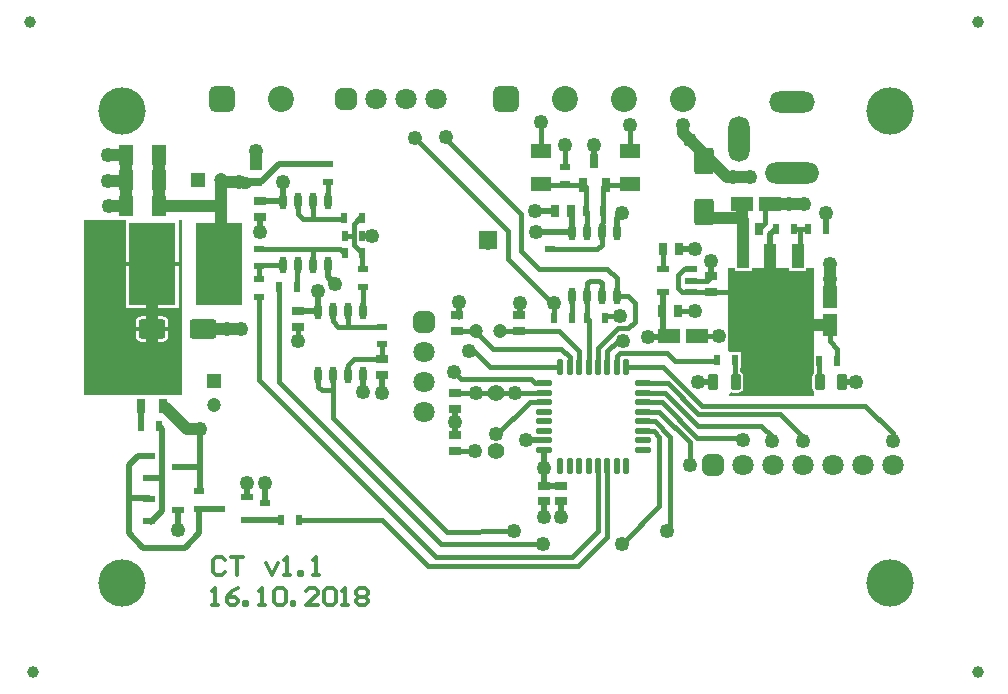
<source format=gtl>
G04*
G04 #@! TF.GenerationSoftware,Altium Limited,Altium Designer,18.1.1 (9)*
G04*
G04 Layer_Physical_Order=1*
G04 Layer_Color=255*
%FSLAX42Y42*%
%MOMM*%
G71*
G01*
G75*
%ADD44C,1.20*%
%ADD46R,1.30X1.80*%
%ADD47R,1.00X0.60*%
%ADD48O,0.60X1.45*%
%ADD49O,0.55X1.40*%
%ADD50O,1.40X0.55*%
%ADD51R,3.25X2.15*%
%ADD52R,1.00X2.15*%
%ADD53R,0.95X0.60*%
%ADD54R,0.60X0.95*%
%ADD55R,0.70X1.20*%
%ADD56R,4.00X7.00*%
%ADD57R,1.75X1.25*%
G04:AMPARAMS|DCode=58|XSize=2.27mm|YSize=1.65mm|CornerRadius=0.25mm|HoleSize=0mm|Usage=FLASHONLY|Rotation=0.000|XOffset=0mm|YOffset=0mm|HoleType=Round|Shape=RoundedRectangle|*
%AMROUNDEDRECTD58*
21,1,2.27,1.16,0,0,0.0*
21,1,1.78,1.65,0,0,0.0*
1,1,0.50,0.89,-0.58*
1,1,0.50,-0.89,-0.58*
1,1,0.50,-0.89,0.58*
1,1,0.50,0.89,0.58*
%
%ADD58ROUNDEDRECTD58*%
G04:AMPARAMS|DCode=59|XSize=0.86mm|YSize=1.35mm|CornerRadius=0.22mm|HoleSize=0mm|Usage=FLASHONLY|Rotation=180.000|XOffset=0mm|YOffset=0mm|HoleType=Round|Shape=RoundedRectangle|*
%AMROUNDEDRECTD59*
21,1,0.86,0.91,0,0,180.0*
21,1,0.42,1.35,0,0,180.0*
1,1,0.44,-0.21,0.46*
1,1,0.44,0.21,0.46*
1,1,0.44,0.21,-0.46*
1,1,0.44,-0.21,-0.46*
%
%ADD59ROUNDEDRECTD59*%
G04:AMPARAMS|DCode=60|XSize=2.27mm|YSize=1.65mm|CornerRadius=0.25mm|HoleSize=0mm|Usage=FLASHONLY|Rotation=90.000|XOffset=0mm|YOffset=0mm|HoleType=Round|Shape=RoundedRectangle|*
%AMROUNDEDRECTD60*
21,1,2.27,1.16,0,0,90.0*
21,1,1.78,1.65,0,0,90.0*
1,1,0.50,0.58,0.89*
1,1,0.50,0.58,-0.89*
1,1,0.50,-0.58,-0.89*
1,1,0.50,-0.58,0.89*
%
%ADD60ROUNDEDRECTD60*%
%ADD61R,1.00X0.80*%
%ADD62R,0.80X1.00*%
%ADD63R,1.95X1.30*%
%ADD64R,1.30X1.95*%
%ADD65R,1.50X1.50*%
%ADD66C,0.40*%
%ADD67C,0.50*%
%ADD68C,1.00*%
%ADD69C,0.25*%
%ADD70C,0.30*%
%ADD71C,1.00*%
%ADD72C,1.40*%
%ADD73C,2.20*%
G04:AMPARAMS|DCode=74|XSize=2.2mm|YSize=2.2mm|CornerRadius=0.55mm|HoleSize=0mm|Usage=FLASHONLY|Rotation=0.000|XOffset=0mm|YOffset=0mm|HoleType=Round|Shape=RoundedRectangle|*
%AMROUNDEDRECTD74*
21,1,2.20,1.10,0,0,0.0*
21,1,1.10,2.20,0,0,0.0*
1,1,1.10,0.55,-0.55*
1,1,1.10,-0.55,-0.55*
1,1,1.10,-0.55,0.55*
1,1,1.10,0.55,0.55*
%
%ADD74ROUNDEDRECTD74*%
%ADD75C,1.80*%
G04:AMPARAMS|DCode=76|XSize=1.8mm|YSize=1.8mm|CornerRadius=0.45mm|HoleSize=0mm|Usage=FLASHONLY|Rotation=0.000|XOffset=0mm|YOffset=0mm|HoleType=Round|Shape=RoundedRectangle|*
%AMROUNDEDRECTD76*
21,1,1.80,0.90,0,0,0.0*
21,1,0.90,1.80,0,0,0.0*
1,1,0.90,0.45,-0.45*
1,1,0.90,-0.45,-0.45*
1,1,0.90,-0.45,0.45*
1,1,0.90,0.45,0.45*
%
%ADD76ROUNDEDRECTD76*%
G04:AMPARAMS|DCode=77|XSize=1.8mm|YSize=1.8mm|CornerRadius=0.45mm|HoleSize=0mm|Usage=FLASHONLY|Rotation=270.000|XOffset=0mm|YOffset=0mm|HoleType=Round|Shape=RoundedRectangle|*
%AMROUNDEDRECTD77*
21,1,1.80,0.90,0,0,270.0*
21,1,0.90,1.80,0,0,270.0*
1,1,0.90,-0.45,-0.45*
1,1,0.90,-0.45,0.45*
1,1,0.90,0.45,0.45*
1,1,0.90,0.45,-0.45*
%
%ADD77ROUNDEDRECTD77*%
%ADD78O,4.60X1.80*%
%ADD79O,1.80X3.90*%
%ADD80O,3.90X1.80*%
%ADD81R,1.20X1.20*%
%ADD82R,1.20X1.20*%
%ADD83C,4.00*%
%ADD84C,1.25*%
G36*
X1010Y2090D02*
X180D01*
X180Y3570D01*
X532D01*
Y3220D01*
X982D01*
Y3570D01*
X1010D01*
X1010Y2090D01*
D02*
G37*
G36*
X6360Y2448D02*
X6355D01*
Y2312D01*
X6360D01*
Y2279D01*
X6355Y2276D01*
X6346Y2262D01*
X6343Y2246D01*
Y2154D01*
X6346Y2138D01*
X6355Y2124D01*
X6360Y2121D01*
Y2080D01*
X5639D01*
X5636Y2101D01*
X5656Y2115D01*
X5672Y2112D01*
X5715D01*
X5731Y2115D01*
X5745Y2124D01*
X5754Y2138D01*
X5757Y2154D01*
Y2246D01*
X5754Y2262D01*
X5745Y2276D01*
X5731Y2285D01*
X5731Y2285D01*
Y2323D01*
X5740D01*
Y2458D01*
X5640D01*
X5630Y2478D01*
Y2568D01*
X5630Y2568D01*
X5633Y2590D01*
X5630Y2612D01*
X5630Y2612D01*
Y3170D01*
X5690D01*
Y3145D01*
X5830D01*
Y3170D01*
X6150D01*
Y3145D01*
X6290D01*
Y3170D01*
X6360D01*
Y2448D01*
D02*
G37*
%LPC*%
G36*
X982Y3180D02*
X778D01*
Y2825D01*
X982D01*
Y3180D01*
D02*
G37*
G36*
X738D02*
X532D01*
Y2825D01*
X738D01*
Y3180D01*
D02*
G37*
G36*
X842Y2758D02*
X774D01*
Y2670D01*
X893D01*
Y2708D01*
X889Y2727D01*
X878Y2744D01*
X862Y2755D01*
X842Y2758D01*
D02*
G37*
G36*
X734D02*
X665D01*
X645Y2755D01*
X629Y2744D01*
X618Y2727D01*
X614Y2708D01*
Y2670D01*
X734D01*
Y2758D01*
D02*
G37*
G36*
X893Y2630D02*
X774D01*
Y2542D01*
X842D01*
X862Y2545D01*
X878Y2556D01*
X889Y2573D01*
X893Y2592D01*
Y2630D01*
D02*
G37*
G36*
X734D02*
X614D01*
Y2592D01*
X618Y2573D01*
X629Y2556D01*
X645Y2545D01*
X665Y2542D01*
X734D01*
Y2630D01*
D02*
G37*
%LPD*%
D44*
X1340Y3910D02*
D03*
X1280Y2010D02*
D03*
X3700Y2630D02*
D03*
X3500D02*
D03*
D46*
X530Y3690D02*
D03*
X810D02*
D03*
X530Y3910D02*
D03*
X810D02*
D03*
X530Y4120D02*
D03*
X810D02*
D03*
D47*
X970Y1120D02*
D03*
X730Y1025D02*
D03*
Y1215D02*
D03*
X5080Y2965D02*
D03*
Y3155D02*
D03*
X5320D02*
D03*
Y3060D02*
D03*
Y2965D02*
D03*
X970Y1480D02*
D03*
X730Y1385D02*
D03*
Y1575D02*
D03*
X1320Y1130D02*
D03*
X1560Y1225D02*
D03*
Y1035D02*
D03*
D48*
X2241Y3733D02*
D03*
X2114D02*
D03*
X1986D02*
D03*
X1859D02*
D03*
X2241Y3188D02*
D03*
X2114D02*
D03*
X1986D02*
D03*
X1859D02*
D03*
X2541Y2802D02*
D03*
X2414D02*
D03*
X2286D02*
D03*
X2159D02*
D03*
X2541Y2258D02*
D03*
X2414D02*
D03*
X2286D02*
D03*
X2159D02*
D03*
X4690Y3472D02*
D03*
X4563D02*
D03*
X4437D02*
D03*
X4310D02*
D03*
X4690Y2927D02*
D03*
X4563D02*
D03*
X4437D02*
D03*
X4310D02*
D03*
D49*
X4210Y2330D02*
D03*
X4290D02*
D03*
X4370D02*
D03*
X4450D02*
D03*
X4530D02*
D03*
X4610D02*
D03*
X4690D02*
D03*
X4770D02*
D03*
Y1490D02*
D03*
X4690D02*
D03*
X4610D02*
D03*
X4530D02*
D03*
X4450D02*
D03*
X4370D02*
D03*
X4290D02*
D03*
X4210D02*
D03*
D50*
X4910Y2190D02*
D03*
Y2110D02*
D03*
Y2030D02*
D03*
Y1950D02*
D03*
Y1870D02*
D03*
Y1790D02*
D03*
Y1710D02*
D03*
Y1630D02*
D03*
X4070D02*
D03*
Y1710D02*
D03*
Y1790D02*
D03*
Y1870D02*
D03*
Y1950D02*
D03*
Y2030D02*
D03*
Y2110D02*
D03*
Y2190D02*
D03*
D51*
X5990Y2688D02*
D03*
D52*
X5760Y3272D02*
D03*
X5990D02*
D03*
X6220D02*
D03*
D53*
X2240Y3895D02*
D03*
Y4045D02*
D03*
X2540Y3155D02*
D03*
Y3005D02*
D03*
X2700Y2670D02*
D03*
Y2520D02*
D03*
X1150Y1130D02*
D03*
Y1280D02*
D03*
X1710Y1030D02*
D03*
Y1180D02*
D03*
X1660Y3330D02*
D03*
Y3180D02*
D03*
Y3070D02*
D03*
Y2920D02*
D03*
X4125Y3325D02*
D03*
Y3475D02*
D03*
X4250Y3875D02*
D03*
Y4025D02*
D03*
D54*
X2380Y3590D02*
D03*
X2530D02*
D03*
X2385Y3440D02*
D03*
X2535D02*
D03*
X660Y1830D02*
D03*
X810D02*
D03*
X1830Y3010D02*
D03*
X1980D02*
D03*
X2535Y3290D02*
D03*
X2385D02*
D03*
X1845Y1030D02*
D03*
X1995D02*
D03*
X5540Y2390D02*
D03*
X5690D02*
D03*
X6555Y2380D02*
D03*
X6405D02*
D03*
X6185Y3500D02*
D03*
X6035D02*
D03*
X4160Y2740D02*
D03*
X4310D02*
D03*
X4585D02*
D03*
X4435D02*
D03*
X6460Y3500D02*
D03*
X6310D02*
D03*
X4425Y3650D02*
D03*
X4575D02*
D03*
D55*
X660Y2000D02*
D03*
X850D02*
D03*
X755Y2203D02*
D03*
X4405Y3872D02*
D03*
X4595D02*
D03*
X4500Y4075D02*
D03*
D56*
X1320Y3200D02*
D03*
X757D02*
D03*
D57*
X4800Y4155D02*
D03*
Y3875D02*
D03*
X4050Y4155D02*
D03*
Y3875D02*
D03*
D58*
X1186Y2650D02*
D03*
X753D02*
D03*
D59*
X5506Y2200D02*
D03*
X5694D02*
D03*
X6593D02*
D03*
X6407D02*
D03*
D60*
X5430Y4076D02*
D03*
Y3644D02*
D03*
D61*
X1670Y3600D02*
D03*
Y3735D02*
D03*
X1630Y3892D02*
D03*
Y4028D02*
D03*
X1990Y2670D02*
D03*
Y2805D02*
D03*
X2700Y2395D02*
D03*
Y2260D02*
D03*
X5490Y2965D02*
D03*
Y3100D02*
D03*
X4070Y1325D02*
D03*
Y1190D02*
D03*
X4220Y1325D02*
D03*
Y1190D02*
D03*
X3320Y1755D02*
D03*
Y1620D02*
D03*
Y1973D02*
D03*
Y2108D02*
D03*
X3860Y2765D02*
D03*
Y2630D02*
D03*
X3340Y2765D02*
D03*
Y2630D02*
D03*
D62*
X5080Y3330D02*
D03*
X5215D02*
D03*
X5075Y2800D02*
D03*
X5210D02*
D03*
X4162Y3650D02*
D03*
X4297D02*
D03*
X5760Y3500D02*
D03*
X5895D02*
D03*
D63*
X5372Y2590D02*
D03*
X5128D02*
D03*
X5990Y3710D02*
D03*
X5745D02*
D03*
D64*
X6490Y2925D02*
D03*
Y2680D02*
D03*
D65*
X3600Y3400D02*
D03*
D66*
X5940Y3660D02*
X5990Y3710D01*
X5940Y3545D02*
Y3660D01*
X5895Y3500D02*
X5940Y3545D01*
X2286Y2130D02*
Y2258D01*
Y1893D02*
Y2130D01*
X2190D02*
X2286D01*
X2159Y2160D02*
X2190Y2130D01*
X7024Y1700D02*
Y1766D01*
X6790Y2000D02*
X7024Y1766D01*
X6070Y1930D02*
X6262Y1738D01*
Y1700D02*
Y1738D01*
X3320Y2108D02*
X4067D01*
X3670Y1750D02*
X3950Y2030D01*
X4000Y2190D02*
X4070D01*
X3960Y2230D02*
X4000Y2190D01*
X3370Y2230D02*
X3960D01*
X5310Y1500D02*
Y1690D01*
X5050Y1950D02*
X5310Y1690D01*
X4910Y1950D02*
X5050D01*
X4910Y1870D02*
X5010D01*
X4910Y1790D02*
X5000D01*
X5370Y1730D02*
X5754D01*
X5910Y1830D02*
X6008Y1732D01*
X5380Y1830D02*
X5910D01*
X5380Y1930D02*
X6070D01*
X5410Y2000D02*
X6790D01*
X5010Y1870D02*
X5140Y1740D01*
Y970D02*
Y1740D01*
X5110Y940D02*
X5140Y970D01*
X3200Y830D02*
X4060D01*
X1830Y2200D02*
X3200Y830D01*
X1830Y2200D02*
Y3010D01*
X3160Y720D02*
X4310D01*
X1660Y2220D02*
X3160Y720D01*
X1660Y2220D02*
Y2920D01*
X3234Y4266D02*
Y4274D01*
Y4266D02*
X3880Y3620D01*
X4160Y2850D02*
X4170Y2860D01*
X3770Y3240D02*
X4150Y2860D01*
X4160Y2850D01*
X2984Y4270D02*
X3770Y3484D01*
Y3240D02*
Y3484D01*
X3440Y2458D02*
X3490D01*
X3310Y2290D02*
X3370Y2230D01*
X3618Y2330D02*
X4210D01*
X3490Y2458D02*
X3618Y2330D01*
X4800Y4155D02*
Y4380D01*
X4787Y2657D02*
X4840Y2710D01*
X4697Y2657D02*
X4787D01*
X4530Y2490D02*
X4697Y2657D01*
X4840Y2710D02*
Y2870D01*
X5180Y2380D02*
X5540D01*
X4785Y2450D02*
X5110D01*
X4782Y2448D02*
X4785Y2450D01*
X4717Y2448D02*
X4782D01*
X4690Y2420D02*
X4717Y2448D01*
X4605Y2760D02*
X4720D01*
X4585Y2740D02*
X4605Y2760D01*
X5110Y2450D02*
X5180Y2380D01*
X5120Y2190D02*
X5380Y1930D01*
X4910Y2190D02*
X5120D01*
X5080Y2330D02*
X5410Y2000D01*
X4770Y2330D02*
X5080D01*
X3490Y2630D02*
X3640Y2480D01*
X3340Y2630D02*
X3490D01*
X6240Y3500D02*
X6310D01*
X6240Y3292D02*
Y3500D01*
X6185D02*
X6240D01*
X4030Y3160D02*
X4610D01*
X3880Y3310D02*
X4030Y3160D01*
X3880Y3310D02*
Y3620D01*
Y3620D01*
X4160Y2740D02*
Y2850D01*
Y2870D01*
X4700Y2550D02*
X4740D01*
X4610Y2460D02*
X4700Y2550D01*
X4610Y2330D02*
Y2460D01*
X4435Y2740D02*
X4450Y2725D01*
Y2330D02*
Y2725D01*
X3860Y2630D02*
X4200D01*
X3700D02*
X3860D01*
X4370Y2330D02*
Y2460D01*
X4200Y2630D02*
X4370Y2460D01*
X2541Y2802D02*
Y3005D01*
X2345Y3330D02*
X2385Y3290D01*
X1660Y3330D02*
X2345D01*
X3870Y2875D02*
X3885Y2890D01*
X3870Y2905D02*
X3885Y2890D01*
X3350Y2895D02*
X3365Y2880D01*
X3350D02*
X3365D01*
X3090Y640D02*
X4360D01*
X2241Y3733D02*
Y3895D01*
X1670Y3735D02*
X1673Y3733D01*
X5372Y2590D02*
X5550D01*
X5210Y2800D02*
X5350D01*
X2120Y3580D02*
X2380D01*
X2030D02*
X2120D01*
X2114Y3587D02*
X2120Y3580D01*
X2114Y3587D02*
Y3733D01*
X1995Y1030D02*
X2700D01*
X3090Y640D01*
X1340Y4590D02*
X1350Y4600D01*
X755Y3198D02*
X757Y3200D01*
X1840Y1035D02*
X1845Y1030D01*
X730Y1575D02*
X735D01*
X4360Y640D02*
X4610Y890D01*
Y1490D01*
X4310Y720D02*
X4530Y940D01*
X1990Y2550D02*
Y2670D01*
X3250Y930D02*
X3820Y940D01*
X2286Y1893D02*
X3250Y930D01*
X4530Y940D02*
Y1490D01*
X4740Y840D02*
X5050Y1150D01*
X1980Y3181D02*
X1986Y3188D01*
X1980Y3010D02*
Y3181D01*
X2159Y2160D02*
Y2258D01*
X2465Y2395D02*
X2700D01*
X2414Y2343D02*
X2465Y2395D01*
X2414Y2258D02*
Y2343D01*
X2700Y2395D02*
Y2520D01*
X2410Y2670D02*
X2700D01*
X2330D02*
X2410D01*
X2414Y2674D01*
Y2802D01*
X2286Y2714D02*
X2330Y2670D01*
X2286Y2714D02*
Y2802D01*
X2159Y2969D02*
X2160Y2970D01*
X1990Y2805D02*
X1992Y2802D01*
X1660Y3070D02*
Y3180D01*
X1667Y3188D01*
X1859D01*
X2114D02*
Y3310D01*
X2460Y3440D02*
Y3540D01*
Y3365D02*
Y3440D01*
X2385D02*
X2460D01*
X2535Y3160D02*
X2540Y3155D01*
X2535Y3160D02*
Y3290D01*
X2460Y3365D02*
X2535Y3290D01*
X2460Y3540D02*
X2510Y3590D01*
X2530D01*
X1986Y3624D02*
X2030Y3580D01*
X1986Y3624D02*
Y3733D01*
X4610Y3160D02*
X4690Y3080D01*
Y2927D02*
Y3080D01*
X4783Y2927D02*
X4840Y2870D01*
X4690Y2927D02*
X4783D01*
X4530Y2330D02*
Y2490D01*
X3060Y2204D02*
X3074Y2190D01*
X6555Y2380D02*
Y2485D01*
X6490Y2550D02*
X6555Y2485D01*
X6490Y2550D02*
Y2680D01*
X6405Y2201D02*
X6407Y2200D01*
X6405Y2201D02*
Y2380D01*
X5690Y2203D02*
X5694Y2200D01*
X5690Y2203D02*
Y2390D01*
X5070Y2030D02*
X5370Y1730D01*
X5100Y2110D02*
X5380Y1830D01*
X5050Y1150D02*
Y1740D01*
X5000Y1790D02*
X5050Y1740D01*
X4690Y2330D02*
Y2420D01*
X4910Y2110D02*
X5100D01*
X4910Y2030D02*
X5070D01*
X3320Y1620D02*
X3490D01*
X3950Y2030D02*
X4070D01*
X4067Y2108D02*
X4070Y2110D01*
X4290Y2330D02*
Y2410D01*
X4220Y2480D02*
X4290Y2410D01*
X3640Y2480D02*
X4220D01*
X4563Y2927D02*
Y3036D01*
X4540Y3060D02*
X4563Y3036D01*
X4460Y3060D02*
X4540D01*
X4437Y3036D02*
X4460Y3060D01*
X4437Y2927D02*
Y3036D01*
X4435Y2926D02*
X4437Y2927D01*
X4435Y2740D02*
Y2926D01*
X4310Y2927D02*
X4310Y2927D01*
Y2740D02*
Y2927D01*
X5080Y3155D02*
Y3330D01*
X5450Y3060D02*
X5490Y3100D01*
X5320Y3060D02*
X5450D01*
X5990Y2970D02*
Y3272D01*
Y2688D02*
Y2970D01*
X5490Y2965D02*
X5985D01*
X5320D02*
X5490D01*
X5985D02*
X5990Y2970D01*
X5245Y2965D02*
X5320D01*
X5210Y3000D02*
X5245Y2965D01*
X5210Y3000D02*
Y3110D01*
X5255Y3155D01*
X5320D01*
X6482Y2688D02*
X6490Y2680D01*
X4050Y4155D02*
Y4400D01*
X4250Y4025D02*
Y4210D01*
X4797Y3872D02*
X4800Y3875D01*
X4595Y3872D02*
X4797D01*
X4053D02*
X4405D01*
X4050Y3875D02*
X4053Y3872D01*
X4575Y3555D02*
Y3650D01*
X4560Y3540D02*
X4575Y3555D01*
Y3484D02*
Y3526D01*
X4560Y3540D02*
X4575Y3526D01*
X4563Y3472D02*
X4575Y3484D01*
Y3650D02*
Y3852D01*
X4595Y3872D01*
X4425Y3650D02*
X4437Y3638D01*
Y3472D02*
Y3638D01*
X4405Y3872D02*
X4425Y3852D01*
Y3650D02*
Y3852D01*
X4125Y3325D02*
X4525D01*
X4563Y3363D01*
Y3472D01*
D67*
X5990Y3455D02*
X6035Y3500D01*
X5990Y3272D02*
Y3455D01*
X2700Y2110D02*
Y2260D01*
X5080Y2638D02*
Y2965D01*
X1160Y1480D02*
Y1800D01*
X970Y1480D02*
X1160D01*
Y1290D02*
Y1800D01*
X1150Y1280D02*
X1160Y1290D01*
X1550Y3890D02*
X1673Y3892D01*
X1825Y4045D02*
X2240D01*
X1673Y3892D02*
X1825Y4045D01*
X3920Y1710D02*
X4070D01*
X2535Y3440D02*
X2620D01*
X4690Y3590D02*
X4730Y3630D01*
X4690Y3472D02*
Y3590D01*
X2241Y3090D02*
X2300Y3030D01*
X2241Y3090D02*
Y3188D01*
X2541Y2120D02*
Y2258D01*
X6460Y3500D02*
Y3630D01*
X3870Y2760D02*
Y2905D01*
X3350Y2750D02*
Y2895D01*
X4070Y1060D02*
Y1190D01*
X4220Y1060D02*
Y1190D01*
X1859Y3733D02*
Y3899D01*
X1670Y3470D02*
Y3600D01*
X1673Y3733D02*
X1859D01*
X970Y950D02*
Y1120D01*
X743Y1012D02*
X840Y1110D01*
X1710Y1180D02*
Y1350D01*
X1560Y1225D02*
Y1350D01*
X5215Y3330D02*
X5350D01*
X5490Y3100D02*
Y3230D01*
X4070Y1470D02*
Y1630D01*
Y1325D02*
Y1470D01*
X1560Y1035D02*
X1840D01*
X1150Y1130D02*
X1320D01*
X1150Y920D02*
Y1130D01*
X1030Y800D02*
X1150Y920D01*
X680Y800D02*
X1030D01*
X560Y920D02*
X680Y800D01*
X560Y920D02*
Y1220D01*
Y1500D01*
Y1220D02*
X730D01*
X560Y1500D02*
X635Y1575D01*
X730D01*
X840Y1390D02*
Y1800D01*
Y1110D02*
Y1390D01*
X835Y1385D02*
X840Y1390D01*
X730Y1385D02*
X835D01*
X810Y1830D02*
X840Y1800D01*
X660Y1830D02*
Y2000D01*
X810Y1830D02*
X815Y1835D01*
X2159Y2802D02*
Y2969D01*
X1992Y2802D02*
X2159D01*
X3320Y1755D02*
Y1973D01*
X4000Y3650D02*
X4162D01*
X4005Y3475D02*
X4125D01*
X5117Y2580D02*
X5128Y2590D01*
X4950Y2580D02*
X5117D01*
X6593Y2200D02*
X6710D01*
X5380D02*
X5506D01*
X4070Y1325D02*
X4220D01*
X5075Y2960D02*
X5080Y2965D01*
X4125Y3475D02*
X4128Y3472D01*
X4310D01*
X4297Y3650D02*
X4310Y3638D01*
Y3472D02*
Y3638D01*
X5080Y2638D02*
X5128Y2590D01*
X4500Y4075D02*
Y4210D01*
D68*
X390Y3690D02*
X530D01*
X380Y3900D02*
X520D01*
X530Y3910D01*
X400Y4120D02*
X530D01*
Y3910D02*
Y4120D01*
Y3690D02*
Y3910D01*
X1340Y3690D02*
Y3892D01*
Y3480D02*
Y3690D01*
X810D02*
X1340D01*
X810Y3910D02*
Y4120D01*
Y3690D02*
Y3910D01*
X1050Y1800D02*
X1160D01*
X870Y1980D02*
X1050Y1800D01*
X1491Y3892D02*
X1550Y3890D01*
X1340Y3892D02*
X1491D01*
X5250Y4310D02*
X5620Y3940D01*
X5670D02*
X5820D01*
X5620D02*
X5670D01*
X6490Y2925D02*
Y3200D01*
X5990Y3710D02*
X6270D01*
X755Y2290D02*
Y3198D01*
X1630Y4060D02*
Y4150D01*
X5760Y3500D02*
Y3575D01*
Y3272D02*
Y3500D01*
X5745Y3590D02*
X5760Y3575D01*
X5990Y2170D02*
Y2688D01*
X1186Y2650D02*
X1510D01*
X5990Y2688D02*
X6482D01*
X5745Y3590D02*
Y3710D01*
X5483Y3590D02*
X5745D01*
X5430Y3644D02*
X5483Y3590D01*
X5250Y4310D02*
Y4380D01*
D69*
X2540Y3005D02*
X2541Y3005D01*
D70*
X1260Y310D02*
X1310D01*
X1285D01*
Y460D01*
X1260Y435D01*
X1485Y460D02*
X1435Y435D01*
X1385Y385D01*
Y335D01*
X1410Y310D01*
X1460D01*
X1485Y335D01*
Y360D01*
X1460Y385D01*
X1385D01*
X1535Y310D02*
Y335D01*
X1560D01*
Y310D01*
X1535D01*
X1660D02*
X1710D01*
X1685D01*
Y460D01*
X1660Y435D01*
X1785D02*
X1810Y460D01*
X1860D01*
X1885Y435D01*
Y335D01*
X1860Y310D01*
X1810D01*
X1785Y335D01*
Y435D01*
X1935Y310D02*
Y335D01*
X1960D01*
Y310D01*
X1935D01*
X2160D02*
X2060D01*
X2160Y410D01*
Y435D01*
X2135Y460D01*
X2085D01*
X2060Y435D01*
X2210D02*
X2235Y460D01*
X2285D01*
X2310Y435D01*
Y335D01*
X2285Y310D01*
X2235D01*
X2210Y335D01*
Y435D01*
X2360Y310D02*
X2410D01*
X2385D01*
Y460D01*
X2360Y435D01*
X2485D02*
X2510Y460D01*
X2560D01*
X2585Y435D01*
Y410D01*
X2560Y385D01*
X2585Y360D01*
Y335D01*
X2560Y310D01*
X2510D01*
X2485Y335D01*
Y360D01*
X2510Y385D01*
X2485Y410D01*
Y435D01*
X2510Y385D02*
X2560D01*
X1370Y695D02*
X1345Y720D01*
X1295D01*
X1270Y695D01*
Y595D01*
X1295Y570D01*
X1345D01*
X1370Y595D01*
X1420Y720D02*
X1520D01*
X1470D01*
Y570D01*
X1720Y670D02*
X1770Y570D01*
X1820Y670D01*
X1870Y570D02*
X1920D01*
X1895D01*
Y720D01*
X1870Y695D01*
X1995Y570D02*
Y595D01*
X2020D01*
Y570D01*
X1995D01*
X2120D02*
X2170D01*
X2145D01*
Y720D01*
X2120Y695D01*
D71*
X7750Y-250D02*
D03*
X-250D02*
D03*
X7750Y5250D02*
D03*
X-280D02*
D03*
X5725Y4180D02*
D03*
Y4340D02*
D03*
X6255Y4575D02*
D03*
X6095D02*
D03*
X6255Y3970D02*
D03*
X6095D02*
D03*
D72*
X3670Y2108D02*
D03*
Y1620D02*
D03*
D73*
X1850Y4600D02*
D03*
X5250D02*
D03*
X4750D02*
D03*
X4250D02*
D03*
D74*
X1350D02*
D03*
X3750D02*
D03*
D75*
X7024Y1500D02*
D03*
X6770D02*
D03*
X6516D02*
D03*
X6262D02*
D03*
X6008D02*
D03*
X5754D02*
D03*
X2654Y4600D02*
D03*
X2908D02*
D03*
X3162D02*
D03*
X3060Y2458D02*
D03*
Y2204D02*
D03*
Y1950D02*
D03*
D76*
X5500Y1500D02*
D03*
X2400Y4600D02*
D03*
D77*
X3060Y2712D02*
D03*
D78*
X6175Y3970D02*
D03*
D79*
X5725Y4260D02*
D03*
D80*
X6175Y4575D02*
D03*
D81*
X1140Y3910D02*
D03*
D82*
X1280Y2210D02*
D03*
D83*
X7000Y500D02*
D03*
X500D02*
D03*
X7000Y4500D02*
D03*
X500D02*
D03*
D84*
X2700Y2110D02*
D03*
X390Y3690D02*
D03*
X380Y3900D02*
D03*
Y4120D02*
D03*
X7024Y1700D02*
D03*
X6262D02*
D03*
X5754Y1710D02*
D03*
X6000Y1700D02*
D03*
X3600Y3380D02*
D03*
X1160Y1800D02*
D03*
X3500Y2110D02*
D03*
X3490Y1620D02*
D03*
X3670Y1760D02*
D03*
X3830Y2110D02*
D03*
X5310Y1500D02*
D03*
X1491Y3892D02*
D03*
X3240Y4280D02*
D03*
X2984Y4270D02*
D03*
X3310Y2290D02*
D03*
X3440Y2460D02*
D03*
X5250Y4380D02*
D03*
X5310Y4250D02*
D03*
X4800Y4380D02*
D03*
X4050Y4400D02*
D03*
X5820Y3940D02*
D03*
X5670D02*
D03*
X4720Y2760D02*
D03*
X3920Y1710D02*
D03*
X2620Y3440D02*
D03*
X6490Y3200D02*
D03*
Y3077D02*
D03*
X4730Y3630D02*
D03*
X2300Y3030D02*
D03*
X2541Y2120D02*
D03*
X6460Y3630D02*
D03*
X6270Y3710D02*
D03*
X6150D02*
D03*
X3870Y2870D02*
D03*
X3350Y2880D02*
D03*
X1630Y4160D02*
D03*
X4070Y1060D02*
D03*
X4220D02*
D03*
X4730Y830D02*
D03*
X4060D02*
D03*
X1859Y3899D02*
D03*
X1670Y3470D02*
D03*
X970Y950D02*
D03*
X1710Y1350D02*
D03*
X1560D02*
D03*
X5990Y2170D02*
D03*
X5550Y2590D02*
D03*
X5350Y2800D02*
D03*
Y3330D02*
D03*
X5490Y3230D02*
D03*
X1510Y2650D02*
D03*
X1390D02*
D03*
X1990Y2550D02*
D03*
X5110Y940D02*
D03*
X3820D02*
D03*
X2159Y2969D02*
D03*
X3320Y1864D02*
D03*
X4000Y3650D02*
D03*
X4005Y3475D02*
D03*
X4160Y2870D02*
D03*
X4740Y2550D02*
D03*
X6710Y2200D02*
D03*
X5380D02*
D03*
X4070Y1470D02*
D03*
X4950Y2580D02*
D03*
X4250Y4210D02*
D03*
X4500D02*
D03*
M02*

</source>
